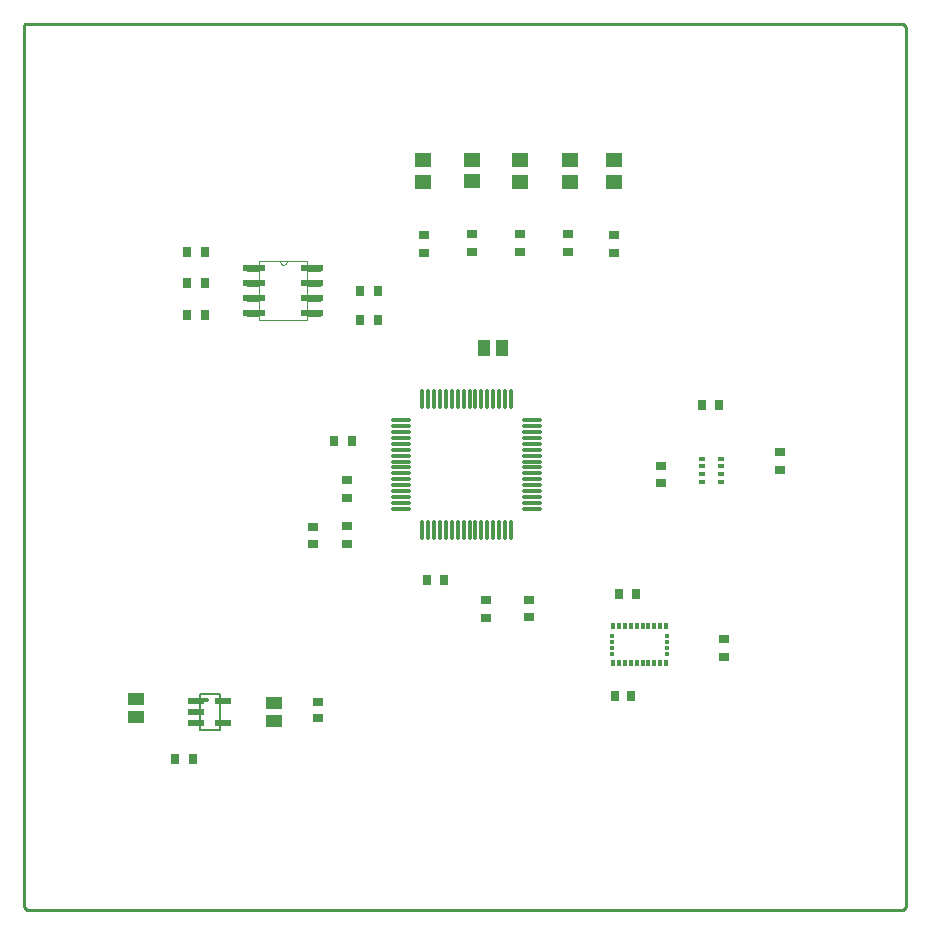
<source format=gtp>
G04*
G04 #@! TF.GenerationSoftware,Altium Limited,Altium Designer,18.1.7 (191)*
G04*
G04 Layer_Color=8421504*
%FSLAX25Y25*%
%MOIN*%
G70*
G01*
G75*
%ADD13C,0.01181*%
%ADD16C,0.00500*%
%ADD17C,0.01000*%
%ADD18C,0.00000*%
%ADD19R,0.03543X0.02756*%
%ADD20R,0.01968X0.01378*%
%ADD21R,0.03150X0.03543*%
%ADD22R,0.05512X0.04724*%
%ADD23R,0.02756X0.03543*%
%ADD24O,0.07087X0.01181*%
%ADD25O,0.01181X0.07087*%
%ADD26R,0.03543X0.03150*%
%ADD27R,0.05512X0.04331*%
%ADD28R,0.05472X0.02284*%
%ADD29R,0.01181X0.02067*%
%ADD30R,0.01673X0.01181*%
%ADD31R,0.07800X0.02200*%
%ADD32R,0.04331X0.05512*%
D13*
X161043Y169524D02*
X160256D01*
X161043D01*
D16*
X165346Y159650D02*
Y171461D01*
X158654Y159650D02*
X165346D01*
X158654D02*
Y171461D01*
X165346D01*
D17*
X394000Y100500D02*
Y394000D01*
X393000Y99500D02*
X394000Y100500D01*
X101000Y99500D02*
X393000D01*
X100000Y100500D02*
X101000Y99500D01*
X100000Y100500D02*
Y394500D01*
X100500Y395000D01*
X393000D01*
X394000Y394000D01*
D18*
X185300Y315800D02*
X185652Y314951D01*
X186500Y314600D01*
X187348Y314951D01*
X187700Y315800D01*
X178600Y296200D02*
Y315800D01*
X185300D01*
X187700D01*
X194400D01*
Y296200D02*
Y315800D01*
X178600Y296200D02*
X194400D01*
Y314500D02*
X198700D01*
Y312500D02*
Y314500D01*
X194400Y312500D02*
X198700D01*
X194400D02*
Y314500D01*
Y309500D02*
X198700D01*
Y307500D02*
Y309500D01*
X194400Y307500D02*
X198700D01*
X194400D02*
Y309500D01*
Y304500D02*
X198700D01*
Y302500D02*
Y304500D01*
X194400Y302500D02*
X198700D01*
X194400D02*
Y304500D01*
Y299500D02*
X198700D01*
Y297500D02*
Y299500D01*
X194400Y297500D02*
X198700D01*
X194400D02*
Y299500D01*
X174300Y297500D02*
X178600D01*
X174300D02*
Y299500D01*
X178600D01*
Y297500D02*
Y299500D01*
X174300Y302500D02*
X178600D01*
X174300D02*
Y304500D01*
X178600D01*
Y302500D02*
Y304500D01*
X174300Y307500D02*
X178600D01*
X174300D02*
Y309500D01*
X178600D01*
Y307500D02*
Y309500D01*
X174300Y312500D02*
X178600D01*
X174300D02*
Y314500D01*
X178600D01*
Y312500D02*
Y314500D01*
D19*
X312500Y241839D02*
D03*
Y247744D02*
D03*
X352000Y252134D02*
D03*
Y246228D02*
D03*
X296843Y318547D02*
D03*
Y324453D02*
D03*
X281500Y319000D02*
D03*
Y324906D02*
D03*
X265500Y319000D02*
D03*
Y324906D02*
D03*
X249618Y319000D02*
D03*
Y324906D02*
D03*
X233476Y318547D02*
D03*
Y324453D02*
D03*
X268500Y203000D02*
D03*
Y197094D02*
D03*
X254000Y202961D02*
D03*
Y197055D02*
D03*
X333500Y184063D02*
D03*
Y189968D02*
D03*
X207772Y237047D02*
D03*
Y242953D02*
D03*
Y221594D02*
D03*
Y227500D02*
D03*
D20*
X332299Y247508D02*
D03*
X326000D02*
D03*
X332299Y244949D02*
D03*
X326000D02*
D03*
Y250067D02*
D03*
X332299D02*
D03*
Y242390D02*
D03*
X326000D02*
D03*
D21*
X326118Y268000D02*
D03*
X331630D02*
D03*
X234488Y209500D02*
D03*
X240000D02*
D03*
X302500Y171000D02*
D03*
X296988D02*
D03*
X298488Y205000D02*
D03*
X304000D02*
D03*
D22*
X296843Y349500D02*
D03*
Y342413D02*
D03*
X282000Y349500D02*
D03*
Y342413D02*
D03*
X265500Y349500D02*
D03*
Y342413D02*
D03*
X249618Y349543D02*
D03*
Y342457D02*
D03*
X233000Y349500D02*
D03*
Y342413D02*
D03*
D23*
X209500Y256000D02*
D03*
X203594D02*
D03*
X156406Y150000D02*
D03*
X150500D02*
D03*
X218000Y306000D02*
D03*
X212094D02*
D03*
X218000Y296200D02*
D03*
X212094D02*
D03*
X160500Y297854D02*
D03*
X154594D02*
D03*
X160406Y308500D02*
D03*
X154500D02*
D03*
X160453Y319000D02*
D03*
X154547D02*
D03*
D24*
X225799Y262843D02*
D03*
Y260874D02*
D03*
Y258906D02*
D03*
Y256937D02*
D03*
Y254969D02*
D03*
Y253000D02*
D03*
Y251031D02*
D03*
Y249063D02*
D03*
Y247094D02*
D03*
Y245126D02*
D03*
Y243157D02*
D03*
Y241189D02*
D03*
Y239220D02*
D03*
Y237252D02*
D03*
Y235283D02*
D03*
Y233315D02*
D03*
X269500D02*
D03*
Y235283D02*
D03*
Y237252D02*
D03*
Y239220D02*
D03*
Y241189D02*
D03*
Y243157D02*
D03*
Y245126D02*
D03*
Y247094D02*
D03*
Y249063D02*
D03*
Y251031D02*
D03*
Y253000D02*
D03*
Y254969D02*
D03*
Y256937D02*
D03*
Y258906D02*
D03*
Y260874D02*
D03*
Y262843D02*
D03*
D25*
X232886Y226228D02*
D03*
X234854D02*
D03*
X236823D02*
D03*
X238791D02*
D03*
X240760D02*
D03*
X242728D02*
D03*
X244697D02*
D03*
X246665D02*
D03*
X248634D02*
D03*
X250602D02*
D03*
X252571D02*
D03*
X254539D02*
D03*
X256508D02*
D03*
X258476D02*
D03*
X260445D02*
D03*
X262413D02*
D03*
Y269929D02*
D03*
X260445D02*
D03*
X258476D02*
D03*
X256508D02*
D03*
X254539D02*
D03*
X252571D02*
D03*
X250602D02*
D03*
X248634D02*
D03*
X246665D02*
D03*
X244697D02*
D03*
X242728D02*
D03*
X240760D02*
D03*
X238791D02*
D03*
X236823D02*
D03*
X234854D02*
D03*
X232886D02*
D03*
D26*
X198000Y169000D02*
D03*
Y163488D02*
D03*
X196500Y221701D02*
D03*
Y227213D02*
D03*
D27*
X183500Y168508D02*
D03*
Y162602D02*
D03*
X137500Y169953D02*
D03*
Y164047D02*
D03*
D28*
X166587Y169295D02*
D03*
Y161815D02*
D03*
X157413D02*
D03*
Y165555D02*
D03*
Y169295D02*
D03*
D29*
X298417Y194152D02*
D03*
X300386D02*
D03*
X302354D02*
D03*
X304323D02*
D03*
X306291D02*
D03*
X308260D02*
D03*
X310228D02*
D03*
X312197D02*
D03*
X314165D02*
D03*
Y181848D02*
D03*
X312197D02*
D03*
X310228D02*
D03*
X308260D02*
D03*
X306291D02*
D03*
X304323D02*
D03*
X302354D02*
D03*
X300386D02*
D03*
X298417D02*
D03*
X296449D02*
D03*
Y194152D02*
D03*
D30*
X314411Y190953D02*
D03*
Y188984D02*
D03*
Y187016D02*
D03*
Y185047D02*
D03*
X296203D02*
D03*
Y187016D02*
D03*
Y188984D02*
D03*
Y190953D02*
D03*
D31*
X196200Y313500D02*
D03*
Y308500D02*
D03*
Y303500D02*
D03*
Y298500D02*
D03*
X176800D02*
D03*
Y303500D02*
D03*
Y308500D02*
D03*
Y313500D02*
D03*
D32*
X259500Y287000D02*
D03*
X253594D02*
D03*
M02*

</source>
